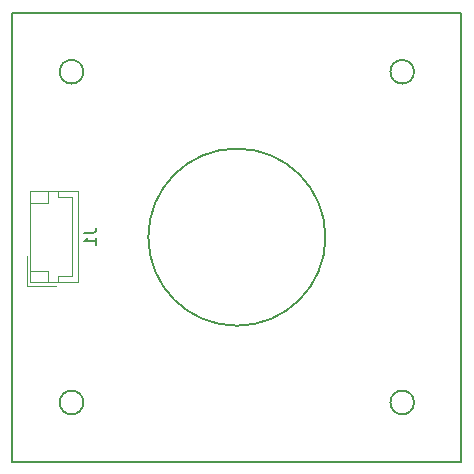
<source format=gbr>
%TF.GenerationSoftware,KiCad,Pcbnew,(5.0.0)*%
%TF.CreationDate,2020-05-10T15:15:54+01:00*%
%TF.ProjectId,anneau_led,616E6E6561755F6C65642E6B69636164,rev?*%
%TF.SameCoordinates,Original*%
%TF.FileFunction,Legend,Bot*%
%TF.FilePolarity,Positive*%
%FSLAX46Y46*%
G04 Gerber Fmt 4.6, Leading zero omitted, Abs format (unit mm)*
G04 Created by KiCad (PCBNEW (5.0.0)) date 05/10/20 15:15:54*
%MOMM*%
%LPD*%
G01*
G04 APERTURE LIST*
%ADD10C,0.200000*%
%ADD11C,0.120000*%
%ADD12C,0.150000*%
G04 APERTURE END LIST*
D10*
X115000000Y-114000000D02*
G75*
G03X115000000Y-114000000I-1000000J0D01*
G01*
X87000000Y-114000000D02*
G75*
G03X87000000Y-114000000I-1000000J0D01*
G01*
X87000000Y-86000000D02*
G75*
G03X87000000Y-86000000I-1000000J0D01*
G01*
X115000000Y-86000000D02*
G75*
G03X115000000Y-86000000I-1000000J0D01*
G01*
X81000000Y-81000000D02*
X119000000Y-81000000D01*
X81000000Y-81000000D02*
X81000000Y-119000000D01*
X81000000Y-119000000D02*
X119000000Y-119000000D01*
X119000000Y-81000000D02*
X119000000Y-119000000D01*
X107500000Y-100000000D02*
G75*
G03X107500000Y-100000000I-7500000J0D01*
G01*
D11*
X82226000Y-104129000D02*
X82226000Y-101629000D01*
X84726000Y-104129000D02*
X82226000Y-104129000D01*
X84026000Y-97109000D02*
X82526000Y-97109000D01*
X84026000Y-96109000D02*
X84026000Y-97109000D01*
X84026000Y-102829000D02*
X82526000Y-102829000D01*
X84026000Y-103829000D02*
X84026000Y-102829000D01*
X84836000Y-96609000D02*
X84836000Y-96109000D01*
X86046000Y-96609000D02*
X84836000Y-96609000D01*
X86046000Y-103329000D02*
X86046000Y-96609000D01*
X84836000Y-103329000D02*
X86046000Y-103329000D01*
X84836000Y-103829000D02*
X84836000Y-103329000D01*
X86546000Y-96109000D02*
X86546000Y-103829000D01*
X82526000Y-96109000D02*
X86546000Y-96109000D01*
X82526000Y-103829000D02*
X82526000Y-96109000D01*
X86546000Y-103829000D02*
X82526000Y-103829000D01*
D12*
X87088380Y-99635666D02*
X87802666Y-99635666D01*
X87945523Y-99588047D01*
X88040761Y-99492809D01*
X88088380Y-99349952D01*
X88088380Y-99254714D01*
X88088380Y-100635666D02*
X88088380Y-100064238D01*
X88088380Y-100349952D02*
X87088380Y-100349952D01*
X87231238Y-100254714D01*
X87326476Y-100159476D01*
X87374095Y-100064238D01*
M02*

</source>
